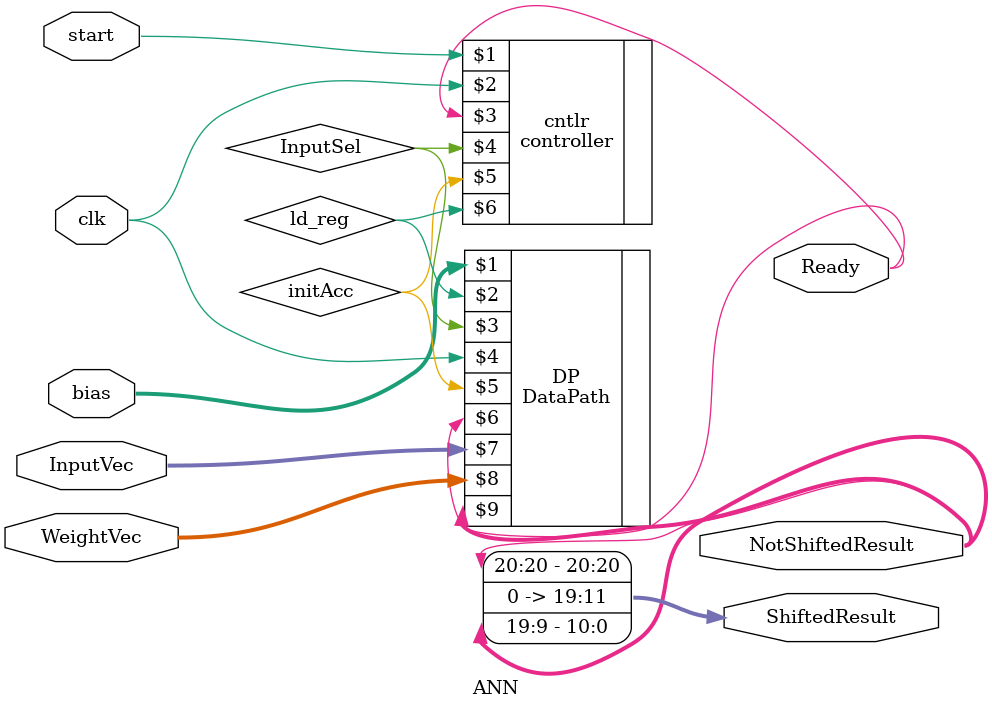
<source format=v>
`timescale 1ns / 1ps


module ANN#(parameter n=62)( 
	input[7:0] bias,
    input [0:8*n-1] InputVec,
    input [0:8*n-1] WeightVec,
	 input start,clk,
    output [20:0] ShiftedResult,
	 output [20:0] NotShiftedResult,
	 output Ready
    );
	 wire InputSel,initAcc,ld_reg;
	 controller#(n) cntlr(start,clk,Ready,InputSel,initAcc,ld_reg);
	 DataPath#(n) DP(bias,ld_reg,InputSel,clk,initAcc,Ready,InputVec,WeightVec,NotShiftedResult);
	 assign ShiftedResult = {NotShiftedResult[20],9'b0,NotShiftedResult[19:9]};
endmodule

</source>
